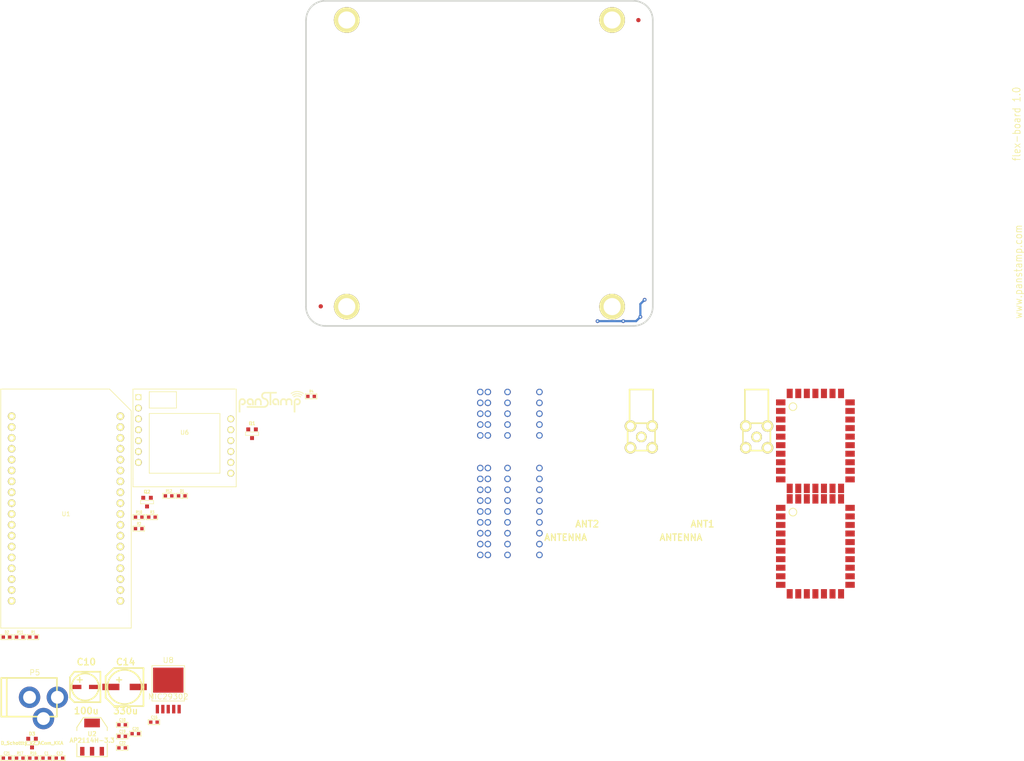
<source format=kicad_pcb>
(kicad_pcb (version 4) (host pcbnew 0.201603011447+6604~42~ubuntu14.04.1-product)
  (title_block (title "Linkit carrier board") (date 2016-03-02) (rev 1.0) (company "panStamp (www.panstamp.com)"))
  (layers (0 Front signal) (1 Ground power) (2 Power power) (31 Back signal) (34 B.Paste user) (35 F.Paste user) (36 B.SilkS user) (37 F.SilkS user) (38 B.Mask user) (39 F.Mask user) (44 Edge.Cuts user))
  (net 0 "")
  (net 1 GND)
  (net 2 VCC)
  (net 3 "Net-(ANT1-Pad1)")
  (net 4 "Net-(ANT2-Pad1)")
  (net 5 VAA)
  (net 6 "Net-(D1-Pad1)")
  (net 7 "Net-(D2-Pad1)")
  (net 8 /SIM_RXD)
  (net 9 "Net-(R10-Pad2)")
  (net 10 "Net-(R11-Pad2)")
  (net 11 "Net-(R12-Pad2)")
  (net 12 "Net-(R16-Pad2)")
  (net 13 "Net-(U6-Pad7)")
  (net 14 "Net-(U6-Pad8)")
  (net 15 "Net-(U6-Pad9)")
  (net 16 "Net-(U6-Pad10)")
  (net 17 "Net-(U6-Pad11)")
  (net 18 "Net-(U6-Pad12)")
  (net 19 "Net-(P4-Pad2)")
  (net 20 "Net-(P4-Pad3)")
  (net 21 /SIM_TXD)
  (net 22 +3V3)
  (net 23 +5V)
  (net 24 "Net-(P1-Pad1)")
  (net 25 "Net-(P1-Pad2)")
  (net 26 "Net-(P1-Pad3)")
  (net 27 "Net-(P1-Pad4)")
  (net 28 "Net-(P1-Pad5)")
  (net 29 "Net-(P1-Pad6)")
  (net 30 "Net-(P1-Pad7)")
  (net 31 "Net-(P1-Pad8)")
  (net 32 "Net-(P1-Pad9)")
  (net 33 "Net-(P1-Pad10)")
  (net 34 "Net-(P1-Pad11)")
  (net 35 "Net-(P1-Pad12)")
  (net 36 "Net-(P2-Pad1)")
  (net 37 "Net-(P2-Pad2)")
  (net 38 "Net-(P2-Pad3)")
  (net 39 "Net-(P2-Pad4)")
  (net 40 "Net-(P2-Pad5)")
  (net 41 "Net-(P2-Pad6)")
  (net 42 "Net-(P2-Pad7)")
  (net 43 "Net-(P2-Pad8)")
  (net 44 "Net-(P2-Pad9)")
  (net 45 "Net-(P2-Pad10)")
  (net 46 "Net-(P2-Pad11)")
  (net 47 "Net-(P2-Pad12)")
  (net 48 "Net-(P3-Pad1)")
  (net 49 "Net-(P3-Pad2)")
  (net 50 "Net-(P3-Pad3)")
  (net 51 "Net-(P3-Pad4)")
  (net 52 "Net-(P3-Pad5)")
  (net 53 "Net-(P3-Pad6)")
  (net 54 "Net-(P3-Pad7)")
  (net 55 PS1_RXD)
  (net 56 PS1_TXD)
  (net 57 "Net-(P3-Pad10)")
  (net 58 PS1_RESET)
  (net 59 PS1_TEST)
  (net 60 "Net-(P4-Pad1)")
  (net 61 "Net-(P4-Pad4)")
  (net 62 "Net-(P4-Pad5)")
  (net 63 "Net-(P4-Pad6)")
  (net 64 "Net-(P4-Pad7)")
  (net 65 PS2_RXD)
  (net 66 PS2_TXD)
  (net 67 "Net-(P4-Pad10)")
  (net 68 PS2_RESET)
  (net 69 PS2_TEST)
  (net 70 "Net-(PS1-Pad1)")
  (net 71 "Net-(PS1-Pad2)")
  (net 72 "Net-(PS1-Pad3)")
  (net 73 "Net-(PS1-Pad4)")
  (net 74 "Net-(PS1-Pad5)")
  (net 75 "Net-(PS1-Pad6)")
  (net 76 "Net-(PS1-Pad7)")
  (net 77 "Net-(PS1-Pad8)")
  (net 78 "Net-(PS1-Pad9)")
  (net 79 "Net-(PS1-Pad10)")
  (net 80 "Net-(PS1-Pad15)")
  (net 81 "Net-(PS1-Pad18)")
  (net 82 "Net-(PS1-Pad19)")
  (net 83 "Net-(PS1-Pad20)")
  (net 84 "Net-(PS1-Pad21)")
  (net 85 "Net-(PS1-Pad22)")
  (net 86 "Net-(PS1-Pad23)")
  (net 87 "Net-(PS1-Pad24)")
  (net 88 "Net-(PS1-Pad25)")
  (net 89 "Net-(PS1-Pad26)")
  (net 90 "Net-(PS1-Pad27)")
  (net 91 "Net-(PS2-Pad1)")
  (net 92 "Net-(PS2-Pad2)")
  (net 93 "Net-(PS2-Pad3)")
  (net 94 "Net-(PS2-Pad4)")
  (net 95 "Net-(PS2-Pad5)")
  (net 96 "Net-(PS2-Pad6)")
  (net 97 "Net-(PS2-Pad7)")
  (net 98 "Net-(PS2-Pad8)")
  (net 99 "Net-(PS2-Pad9)")
  (net 100 "Net-(PS2-Pad10)")
  (net 101 "Net-(PS2-Pad15)")
  (net 102 "Net-(PS2-Pad18)")
  (net 103 "Net-(PS2-Pad19)")
  (net 104 "Net-(PS2-Pad20)")
  (net 105 "Net-(PS2-Pad21)")
  (net 106 "Net-(PS2-Pad22)")
  (net 107 "Net-(PS2-Pad23)")
  (net 108 "Net-(PS2-Pad24)")
  (net 109 "Net-(PS2-Pad25)")
  (net 110 "Net-(PS2-Pad26)")
  (net 111 "Net-(PS2-Pad27)")
  (net 112 "Net-(Q1-Pad2)")
  (net 113 "Net-(Q1-Pad3)")
  (net 114 "Net-(Q2-Pad2)")
  (net 115 "Net-(Q2-Pad3)")
  (net 116 /LED1)
  (net 117 /LED2)
  (net 118 /SIM_RESET)
  (net 119 "Net-(U1-Pad1)")
  (net 120 "Net-(U1-Pad2)")
  (net 121 "Net-(U1-Pad3)")
  (net 122 "Net-(U1-Pad4)")
  (net 123 "Net-(U1-Pad5)")
  (net 124 "Net-(U1-Pad6)")
  (net 125 "Net-(U1-Pad7)")
  (net 126 "Net-(U1-Pad8)")
  (net 127 "Net-(U1-Pad12)")
  (net 128 "Net-(U1-Pad13)")
  (net 129 "Net-(U1-Pad16)")
  (net 130 "Net-(U1-Pad19)")
  (net 131 "Net-(U1-Pad20)")
  (net 132 "Net-(U1-Pad25)")
  (net 133 "Net-(U1-Pad26)")
  (net 134 "Net-(U1-Pad27)")
  (net 135 "Net-(U1-Pad28)")
  (net 136 "Net-(U1-Pad29)")
  (net 137 "Net-(U1-Pad30)")
  (net 138 "Net-(U1-Pad35)")
  (net 139 "Net-(U1-Pad36)")
  (net 140 "Net-(U6-Pad1)")
  (net 141 "Net-(P1-Pad13)")
  (net 142 "Net-(P2-Pad13)")
  (module myconnectors:pin_array_1x14 (layer Front) (at 157.159 131.20938 270)
    (fp_text reference P4 hide)
    (fp_text value CONN_01X14 hide)
    (pad 1 thru_hole circle (at -22.29038 0 270) (size 1.524 1.524) (drill 1.016) (layers *.Cu *.Mask) (net 60 "Net-(P4-Pad1)"))
    (pad 2 thru_hole circle (at -19.75038 0 270) (size 1.524 1.524) (drill 1.016) (layers *.Cu *.Mask) (net 19 "Net-(P4-Pad2)"))
    (pad 3 thru_hole circle (at -17.21038 0 270) (size 1.524 1.524) (drill 1.016) (layers *.Cu *.Mask) (net 20 "Net-(P4-Pad3)"))
    (pad 4 thru_hole circle (at -14.67038 0 270) (size 1.524 1.524) (drill 1.016) (layers *.Cu *.Mask) (net 61 "Net-(P4-Pad4)"))
    (pad 5 thru_hole circle (at -12.13038 0 270) (size 1.524 1.524) (drill 1.016) (layers *.Cu *.Mask) (net 62 "Net-(P4-Pad5)"))
    (pad 6 thru_hole circle (at -4.51038 0 270) (size 1.524 1.524) (drill 1.016) (layers *.Cu *.Mask) (net 63 "Net-(P4-Pad6)"))
    (pad 7 thru_hole circle (at -1.97038 0 270) (size 1.524 1.524) (drill 1.016) (layers *.Cu *.Mask) (net 64 "Net-(P4-Pad7)"))
    (pad 8 thru_hole circle (at 0.56962 0 270) (size 1.524 1.524) (drill 1.016) (layers *.Cu *.Mask) (net 65 PS2_RXD))
    (pad 9 thru_hole circle (at 3.10962 0 270) (size 1.524 1.524) (drill 1.016) (layers *.Cu *.Mask) (net 66 PS2_TXD))
    (pad 10 thru_hole circle (at 5.64962 0 270) (size 1.524 1.524) (drill 1.016) (layers *.Cu *.Mask) (net 67 "Net-(P4-Pad10)"))
    (pad 11 thru_hole circle (at 8.18962 0 270) (size 1.524 1.524) (drill 1.016) (layers *.Cu *.Mask) (net 68 PS2_RESET))
    (pad 12 thru_hole circle (at 10.72962 0 270) (size 1.524 1.524) (drill 1.016) (layers *.Cu *.Mask) (net 69 PS2_TEST))
    (pad 13 thru_hole circle (at 13.26962 0 270) (size 1.524 1.524) (drill 1.016) (layers *.Cu *.Mask) (net 1 GND))
    (pad 14 thru_hole circle (at 15.80962 0 270) (size 1.524 1.524) (drill 1.016) (layers *.Cu *.Mask) (net 2 VCC))
  )
  (module myconnectors:pin_array_1x14 (layer Front) (at 164.60935 130.709 270)
    (fp_text reference P3 hide)
    (fp_text value CONN_01X14 hide)
    (pad 1 thru_hole circle (at -21.79 0 270) (size 1.524 1.524) (drill 1.016) (layers *.Cu *.Mask) (net 48 "Net-(P3-Pad1)"))
    (pad 2 thru_hole circle (at -19.25 0 270) (size 1.524 1.524) (drill 1.016) (layers *.Cu *.Mask) (net 49 "Net-(P3-Pad2)"))
    (pad 3 thru_hole circle (at -16.71 0 270) (size 1.524 1.524) (drill 1.016) (layers *.Cu *.Mask) (net 50 "Net-(P3-Pad3)"))
    (pad 4 thru_hole circle (at -14.17 0 270) (size 1.524 1.524) (drill 1.016) (layers *.Cu *.Mask) (net 51 "Net-(P3-Pad4)"))
    (pad 5 thru_hole circle (at -11.63 0 270) (size 1.524 1.524) (drill 1.016) (layers *.Cu *.Mask) (net 52 "Net-(P3-Pad5)"))
    (pad 6 thru_hole circle (at -4.01 0 270) (size 1.524 1.524) (drill 1.016) (layers *.Cu *.Mask) (net 53 "Net-(P3-Pad6)"))
    (pad 7 thru_hole circle (at -1.47 0 270) (size 1.524 1.524) (drill 1.016) (layers *.Cu *.Mask) (net 54 "Net-(P3-Pad7)"))
    (pad 8 thru_hole circle (at 1.07 0 270) (size 1.524 1.524) (drill 1.016) (layers *.Cu *.Mask) (net 55 PS1_RXD))
    (pad 9 thru_hole circle (at 3.61 0 270) (size 1.524 1.524) (drill 1.016) (layers *.Cu *.Mask) (net 56 PS1_TXD))
    (pad 10 thru_hole circle (at 6.15 0 270) (size 1.524 1.524) (drill 1.016) (layers *.Cu *.Mask) (net 57 "Net-(P3-Pad10)"))
    (pad 11 thru_hole circle (at 8.69 0 270) (size 1.524 1.524) (drill 1.016) (layers *.Cu *.Mask) (net 58 PS1_RESET))
    (pad 12 thru_hole circle (at 11.23 0 270) (size 1.524 1.524) (drill 1.016) (layers *.Cu *.Mask) (net 59 PS1_TEST))
    (pad 13 thru_hole circle (at 13.77 0 270) (size 1.524 1.524) (drill 1.016) (layers *.Cu *.Mask) (net 1 GND))
    (pad 14 thru_hole circle (at 16.31 0 270) (size 1.524 1.524) (drill 1.016) (layers *.Cu *.Mask) (net 2 VCC))
  )
  (module mymods:fiducial (layer Front) (at 113.52 88.9)
    (fp_text reference fiducial hide)
    (fp_text value VAL** hide)
    (pad 1 smd circle (at 0 0) (size 1 1) (layers Front F.Mask) (clearance 0.5))
  )
  (module mymods:fiducial (layer Front) (at 187.73 21.98)
    (fp_text reference fiducial hide)
    (fp_text value VAL** hide)
    (pad 1 smd circle (at 0 0) (size 1 1) (layers Front F.Mask) (clearance 0.5))
  )
  (module PANSTAMPLOGO (layer Front) (at 94.347 108.407)
    (fp_text reference "" hide)
    (fp_text value "" hide)
  )
  (module 1pin (layer Front) (at 181.59196 21.95796)
    (fp_text reference 1PIN hide)
    (fp_text value P*** hide)
    (pad 1 thru_hole circle (at 0 0) (size 6 6) (drill 4) (layers *.Cu *.Mask F.SilkS))
  )
  (module 1pin (layer Front) (at 119.58548 21.95796)
    (fp_text reference 1PIN hide)
    (fp_text value P*** hide)
    (pad 1 thru_hole circle (at 0 0) (size 6 6) (drill 4) (layers *.Cu *.Mask F.SilkS))
  )
  (module 1pin (layer Front) (at 119.58548 88.96316)
    (fp_text reference 1PIN hide)
    (fp_text value P*** hide)
    (pad 1 thru_hole circle (at 0 0) (size 6 6) (drill 4) (layers *.Cu *.Mask F.SilkS))
  )
  (module 1pin (layer Front) (at 181.59196 88.96316)
    (fp_text reference 1PIN hide)
    (fp_text value P*** hide)
    (pad 1 thru_hole circle (at 0 0) (size 6 6) (drill 4) (layers *.Cu *.Mask F.SilkS))
  )
  (module myconnectors:SMA_RightAngle_Tyco (layer Front) (at 215.358942 119.421901)
    (fp_text reference ANT1 (at -12.6492 20.3708) (layer F.SilkS) (effects (font (thickness 0.3048))))
    (fp_text value ANTENNA (at -17.6784 23.5204) (layer F.SilkS) (effects (font (thickness 0.3048))))
    (pad 1 thru_hole circle (at 0 0) (size 2.49936 2.49936) (drill 1.6002) (layers *.Cu *.Mask F.SilkS) (net 3 "Net-(ANT1-Pad1)"))
    (pad 2 thru_hole circle (at 2.54 -2.54) (size 2.70002 2.70002) (drill 1.69926) (layers *.Cu *.Mask F.SilkS) (net 1 GND))
    (pad 2 thru_hole circle (at -2.54 -2.54) (size 2.70002 2.70002) (drill 1.69926) (layers *.Cu *.Mask F.SilkS) (net 1 GND))
    (pad 2 thru_hole circle (at -2.54 2.54) (size 2.70002 2.70002) (drill 1.69926) (layers *.Cu *.Mask F.SilkS) (net 1 GND))
    (pad 2 thru_hole circle (at 2.54 2.54) (size 2.70002 2.70002) (drill 1.69926) (layers *.Cu *.Mask F.SilkS) (net 1 GND))
  )
  (module myconnectors:SMA_RightAngle_Tyco (layer Front) (at 188.418942 119.421901)
    (fp_text reference ANT2 (at -12.6492 20.3708) (layer F.SilkS) (effects (font (thickness 0.3048))))
    (fp_text value ANTENNA (at -17.6784 23.5204) (layer F.SilkS) (effects (font (thickness 0.3048))))
    (pad 1 thru_hole circle (at 0 0) (size 2.49936 2.49936) (drill 1.6002) (layers *.Cu *.Mask F.SilkS) (net 4 "Net-(ANT2-Pad1)"))
    (pad 2 thru_hole circle (at 2.54 -2.54) (size 2.70002 2.70002) (drill 1.69926) (layers *.Cu *.Mask F.SilkS) (net 1 GND))
    (pad 2 thru_hole circle (at -2.54 -2.54) (size 2.70002 2.70002) (drill 1.69926) (layers *.Cu *.Mask F.SilkS) (net 1 GND))
    (pad 2 thru_hole circle (at -2.54 2.54) (size 2.70002 2.70002) (drill 1.69926) (layers *.Cu *.Mask F.SilkS) (net 1 GND))
    (pad 2 thru_hole circle (at 2.54 2.54) (size 2.70002 2.70002) (drill 1.69926) (layers *.Cu *.Mask F.SilkS) (net 1 GND))
  )
  (module mysmd:SM0603S (layer Front) (at 49.379401 194.5177)
    (fp_text reference C1 (at 0.0635 -1.1557) (layer F.SilkS) (effects (font (size 0.635 0.508) (thickness 0.127))))
    (fp_text value 100n hide)
    (pad 2 smd rect (at 0.7493 0) (size 0.7874 0.762) (layers Front F.Paste F.Mask) (net 1 GND))
    (pad 1 smd rect (at -0.7493 0) (size 0.7874 0.762) (layers Front F.Paste F.Mask) (net 22 +3V3))
  )
  (module mysmd:SMDCPOL_6.3 (layer Front) (at 58.483501 177.883)
    (fp_text reference C10 (at 0.254 -5.842) (layer F.SilkS) (effects (font (thickness 0.3048))))
    (fp_text value 100u (at 0.254 5.588) (layer F.SilkS) (effects (font (thickness 0.3048))))
    (fp_text user + (at -1.27 -1.778) (layer F.SilkS) (effects (font (thickness 0.3048))))
    (pad 2 smd rect (at 2.286 0) (size 2.79908 1.00076) (layers Front F.Paste F.Mask) (net 1 GND))
    (pad 1 smd rect (at -2.286 0) (size 2.79908 1.00076) (layers Front F.Paste F.Mask) (net 23 +5V))
  )
  (module mysmd:SM0603S (layer Front) (at 52.469401 194.5177)
    (fp_text reference C12 (at 0.0635 -1.1557) (layer F.SilkS) (effects (font (size 0.635 0.508) (thickness 0.127))))
    (fp_text value 1u hide)
    (pad 2 smd rect (at 0.7493 0) (size 0.7874 0.762) (layers Front F.Paste F.Mask) (net 1 GND))
    (pad 1 smd rect (at -0.7493 0) (size 0.7874 0.762) (layers Front F.Paste F.Mask) (net 23 +5V))
  )
  (module mysmd:SMDCPOL_8 (layer Front) (at 67.67765 177.883)
    (fp_text reference C14 (at 0.254 -5.842) (layer F.SilkS) (effects (font (thickness 0.3048))))
    (fp_text value 330u (at 0.254 5.588) (layer F.SilkS) (effects (font (thickness 0.3048))))
    (fp_text user + (at -1.27 -1.778) (layer F.SilkS) (effects (font (thickness 0.3048))))
    (pad 2 smd rect (at 3.2004 0) (size 4.0005 1.50114) (layers Front F.Paste F.Mask) (net 1 GND))
    (pad 1 smd rect (at -3.2004 0) (size 4.0005 1.50114) (layers Front F.Paste F.Mask) (net 5 VAA))
  )
  (module mysmd:SM0603S (layer Front) (at 74.549401 186.1077)
    (fp_text reference C16 (at 0.0635 -1.1557) (layer F.SilkS) (effects (font (size 0.635 0.508) (thickness 0.127))))
    (fp_text value 1u hide)
    (pad 2 smd rect (at 0.7493 0) (size 0.7874 0.762) (layers Front F.Paste F.Mask) (net 1 GND))
    (pad 1 smd rect (at -0.7493 0) (size 0.7874 0.762) (layers Front F.Paste F.Mask) (net 5 VAA))
  )
  (module mysmd:SM0603S (layer Front) (at 67.109401 186.7277)
    (fp_text reference C18 (at 0.0635 -1.1557) (layer F.SilkS) (effects (font (size 0.635 0.508) (thickness 0.127))))
    (fp_text value 100n hide)
    (pad 2 smd rect (at 0.7493 0) (size 0.7874 0.762) (layers Front F.Paste F.Mask) (net 1 GND))
    (pad 1 smd rect (at -0.7493 0) (size 0.7874 0.762) (layers Front F.Paste F.Mask) (net 5 VAA))
  )
  (module mysmd:SM0603S (layer Front) (at 67.109401 189.4277)
    (fp_text reference C19 (at 0.0635 -1.1557) (layer F.SilkS) (effects (font (size 0.635 0.508) (thickness 0.127))))
    (fp_text value 4.7u hide)
    (pad 2 smd rect (at 0.7493 0) (size 0.7874 0.762) (layers Front F.Paste F.Mask) (net 1 GND))
    (pad 1 smd rect (at -0.7493 0) (size 0.7874 0.762) (layers Front F.Paste F.Mask) (net 23 +5V))
  )
  (module mysmd:SM0603S (layer Front) (at 70.199401 188.8077)
    (fp_text reference C20 (at 0.0635 -1.1557) (layer F.SilkS) (effects (font (size 0.635 0.508) (thickness 0.127))))
    (fp_text value 1u hide)
    (pad 2 smd rect (at 0.7493 0) (size 0.7874 0.762) (layers Front F.Paste F.Mask) (net 1 GND))
    (pad 1 smd rect (at -0.7493 0) (size 0.7874 0.762) (layers Front F.Paste F.Mask) (net 23 +5V))
  )
  (module mysmd:SM0603S (layer Front) (at 40.109401 194.5177)
    (fp_text reference C21 (at 0.0635 -1.1557) (layer F.SilkS) (effects (font (size 0.635 0.508) (thickness 0.127))))
    (fp_text value 4.7u hide)
    (pad 2 smd rect (at 0.7493 0) (size 0.7874 0.762) (layers Front F.Paste F.Mask) (net 1 GND))
    (pad 1 smd rect (at -0.7493 0) (size 0.7874 0.762) (layers Front F.Paste F.Mask) (net 22 +3V3))
  )
  (module mysmd:SM0603S (layer Front) (at 67.109401 192.1277)
    (fp_text reference C22 (at 0.0635 -1.1557) (layer F.SilkS) (effects (font (size 0.635 0.508) (thickness 0.127))))
    (fp_text value 1u hide)
    (pad 2 smd rect (at 0.7493 0) (size 0.7874 0.762) (layers Front F.Paste F.Mask) (net 1 GND))
    (pad 1 smd rect (at -0.7493 0) (size 0.7874 0.762) (layers Front F.Paste F.Mask) (net 22 +3V3))
  )
  (module mysmd:SM0603S_POL (layer Front) (at 81.059401 133.2077)
    (fp_text reference D1 (at 0.0635 -1.1557) (layer F.SilkS) (effects (font (size 0.635 0.508) (thickness 0.127))))
    (fp_text value LED hide)
    (pad 2 smd rect (at 0.7493 0) (size 0.7874 0.762) (layers Front F.Paste F.Mask) (net 22 +3V3))
    (pad 1 smd rect (at -0.7493 0) (size 0.7874 0.762) (layers Front F.Paste F.Mask) (net 6 "Net-(D1-Pad1)"))
  )
  (module mysmd:SM0603S_POL (layer Front) (at 40.109401 166.2277)
    (fp_text reference D2 (at 0.0635 -1.1557) (layer F.SilkS) (effects (font (size 0.635 0.508) (thickness 0.127))))
    (fp_text value LED hide)
    (pad 2 smd rect (at 0.7493 0) (size 0.7874 0.762) (layers Front F.Paste F.Mask) (net 22 +3V3))
    (pad 1 smd rect (at -0.7493 0) (size 0.7874 0.762) (layers Front F.Paste F.Mask) (net 7 "Net-(D2-Pad1)"))
  )
  (module mysmd:SOT23 (layer Front) (at 46.063885 191.00515)
    (fp_text reference D3 (at 0 -2.159) (layer F.SilkS) (effects (font (size 0.762 0.762) (thickness 0.1905))))
    (fp_text value D_Schottky_x2_ACom_KKA (at 0 0) (layer F.SilkS) (effects (font (size 0.762 0.762) (thickness 0.2032))))
    (pad 2 smd rect (at -0.889 -1.016) (size 0.9144 0.9144) (layers Front F.Paste F.Mask) (net 23 +5V))
    (pad 1 smd rect (at 0.889 -1.016) (size 0.9144 0.9144) (layers Front F.Paste F.Mask) (net 23 +5V))
    (pad 3 smd rect (at 0 1.016) (size 0.9144 0.9144) (layers Front F.Paste F.Mask) (net 1 GND))
  )
  (module myconnectors:PWR_3A (layer Front) (at 48.732701 180.296)
    (fp_text reference P5 (at -2.032 -5.7785) (layer F.SilkS) (effects (font (size 1.27 1.27) (thickness 0.1524))))
    (fp_text value CONN_01X02 hide)
    (pad 1 thru_hole circle (at 3.2512 0) (size 5.00126 5.00126) (drill 2.99974) (layers *.Cu *.Mask) (net 23 +5V))
    (pad 2 thru_hole oval (at -3.2512 0) (size 5.00126 5.00126) (drill 2.99974) (layers *.Cu *.Mask) (net 1 GND))
    (pad 3 thru_hole oval (at 0 4.9784) (size 5.00126 5.00126) (drill 2.99974) (layers *.Cu *.Mask))
  )
  (module mysmd:PANSTAMP_2 (layer Front) (at 229.083686 120.357)
    (fp_text reference PS1 hide)
    (fp_text value PANSTAMP_NRG2 hide)
    (pad 1 smd rect (at -8.1 -9) (size 2.2 1.4) (layers Front F.Mask) (net 70 "Net-(PS1-Pad1)"))
    (pad 2 smd rect (at -8.1 -7) (size 2.2 1.4) (layers Front F.Mask) (net 71 "Net-(PS1-Pad2)"))
    (pad 3 smd rect (at -8.1 -5) (size 2.2 1.4) (layers Front F.Mask) (net 72 "Net-(PS1-Pad3)"))
    (pad 4 smd rect (at -8.1 -3) (size 2.2 1.4) (layers Front F.Mask) (net 73 "Net-(PS1-Pad4)"))
    (pad 5 smd rect (at -8.1 -1) (size 2.2 1.4) (layers Front F.Mask) (net 74 "Net-(PS1-Pad5)"))
    (pad 6 smd rect (at -8.1 1) (size 2.2 1.4) (layers Front F.Mask) (net 75 "Net-(PS1-Pad6)"))
    (pad 7 smd rect (at -8.1 3) (size 2.2 1.4) (layers Front F.Mask) (net 76 "Net-(PS1-Pad7)"))
    (pad 8 smd rect (at -8.1 5) (size 2.2 1.4) (layers Front F.Mask) (net 77 "Net-(PS1-Pad8)"))
    (pad 9 smd rect (at -8.1 7) (size 2.2 1.4) (layers Front F.Mask) (net 78 "Net-(PS1-Pad9)"))
    (pad 10 smd rect (at -8.1 9) (size 2.2 1.4) (layers Front F.Mask) (net 79 "Net-(PS1-Pad10)"))
    (pad 11 smd rect (at -6 11.1 90) (size 2.2 1.4) (layers Front F.Mask) (net 59 PS1_TEST))
    (pad 12 smd rect (at -4 11.1 90) (size 2.2 1.4) (layers Front F.Mask) (net 58 PS1_RESET))
    (pad 13 smd rect (at -2 11.1 90) (size 2.2 1.4) (layers Front F.Mask) (net 2 VCC))
    (pad 14 smd rect (at 0 11.1 90) (size 2.2 1.4) (layers Front F.Mask) (net 1 GND))
    (pad 15 smd rect (at 2 11.1 90) (size 2.2 1.4) (layers Front F.Mask) (net 80 "Net-(PS1-Pad15)"))
    (pad 16 smd rect (at 4 11.1 90) (size 2.2 1.4) (layers Front F.Mask) (net 56 PS1_TXD))
    (pad 17 smd rect (at 6 11.1 90) (size 2.2 1.4) (layers Front F.Mask) (net 55 PS1_RXD))
    (pad 18 smd rect (at 8.1 9) (size 2.2 1.4) (layers Front F.Mask) (net 81 "Net-(PS1-Pad18)"))
    (pad 19 smd rect (at 8.1 7) (size 2.2 1.4) (layers Front F.Mask) (net 82 "Net-(PS1-Pad19)"))
    (pad 20 smd rect (at 8.1 5) (size 2.2 1.4) (layers Front F.Mask) (net 83 "Net-(PS1-Pad20)"))
    (pad 21 smd rect (at 8.1 3) (size 2.2 1.4) (layers Front F.Mask) (net 84 "Net-(PS1-Pad21)"))
    (pad 22 smd rect (at 8.1 1) (size 2.2 1.4) (layers Front F.Mask) (net 85 "Net-(PS1-Pad22)"))
    (pad 23 smd rect (at 8.1 -1) (size 2.2 1.4) (layers Front F.Mask) (net 86 "Net-(PS1-Pad23)"))
    (pad 24 smd rect (at 8.1 -3) (size 2.2 1.4) (layers Front F.Mask) (net 87 "Net-(PS1-Pad24)"))
    (pad 25 smd rect (at 8.1 -5) (size 2.2 1.4) (layers Front F.Mask) (net 88 "Net-(PS1-Pad25)"))
    (pad 26 smd rect (at 8.1 -7) (size 2.2 1.4) (layers Front F.Mask) (net 89 "Net-(PS1-Pad26)"))
    (pad 27 smd rect (at 8.1 -9) (size 2.2 1.4) (layers Front F.Mask) (net 90 "Net-(PS1-Pad27)"))
    (pad 28 smd rect (at 6 -11.1 90) (size 2.2 1.4) (layers Front F.Mask) (net 1 GND))
    (pad 29 smd rect (at 4 -11.1 90) (size 2.2 1.4) (layers Front F.Mask) (net 1 GND))
    (pad 30 smd rect (at 2 -11.1 90) (size 2.2 1.4) (layers Front F.Mask) (net 1 GND))
    (pad 31 smd rect (at 0 -11.1 90) (size 2.2 1.4) (layers Front F.Mask) (net 3 "Net-(ANT1-Pad1)"))
    (pad 32 smd rect (at -2 -11.1 90) (size 2.2 1.4) (layers Front F.Mask) (net 1 GND))
    (pad 33 smd rect (at -4 -11.1 90) (size 2.2 1.4) (layers Front F.Mask) (net 1 GND))
    (pad 34 smd rect (at -6 -11.1 90) (size 2.2 1.4) (layers Front F.Mask) (net 1 GND))
  )
  (module mysmd:PANSTAMP_2 (layer Front) (at 229.083686 145.007)
    (fp_text reference PS2 hide)
    (fp_text value PANSTAMP_NRG2 hide)
    (pad 1 smd rect (at -8.1 -9) (size 2.2 1.4) (layers Front F.Mask) (net 91 "Net-(PS2-Pad1)"))
    (pad 2 smd rect (at -8.1 -7) (size 2.2 1.4) (layers Front F.Mask) (net 92 "Net-(PS2-Pad2)"))
    (pad 3 smd rect (at -8.1 -5) (size 2.2 1.4) (layers Front F.Mask) (net 93 "Net-(PS2-Pad3)"))
    (pad 4 smd rect (at -8.1 -3) (size 2.2 1.4) (layers Front F.Mask) (net 94 "Net-(PS2-Pad4)"))
    (pad 5 smd rect (at -8.1 -1) (size 2.2 1.4) (layers Front F.Mask) (net 95 "Net-(PS2-Pad5)"))
    (pad 6 smd rect (at -8.1 1) (size 2.2 1.4) (layers Front F.Mask) (net 96 "Net-(PS2-Pad6)"))
    (pad 7 smd rect (at -8.1 3) (size 2.2 1.4) (layers Front F.Mask) (net 97 "Net-(PS2-Pad7)"))
    (pad 8 smd rect (at -8.1 5) (size 2.2 1.4) (layers Front F.Mask) (net 98 "Net-(PS2-Pad8)"))
    (pad 9 smd rect (at -8.1 7) (size 2.2 1.4) (layers Front F.Mask) (net 99 "Net-(PS2-Pad9)"))
    (pad 10 smd rect (at -8.1 9) (size 2.2 1.4) (layers Front F.Mask) (net 100 "Net-(PS2-Pad10)"))
    (pad 11 smd rect (at -6 11.1 90) (size 2.2 1.4) (layers Front F.Mask) (net 69 PS2_TEST))
    (pad 12 smd rect (at -4 11.1 90) (size 2.2 1.4) (layers Front F.Mask) (net 68 PS2_RESET))
    (pad 13 smd rect (at -2 11.1 90) (size 2.2 1.4) (layers Front F.Mask) (net 2 VCC))
    (pad 14 smd rect (at 0 11.1 90) (size 2.2 1.4) (layers Front F.Mask) (net 1 GND))
    (pad 15 smd rect (at 2 11.1 90) (size 2.2 1.4) (layers Front F.Mask) (net 101 "Net-(PS2-Pad15)"))
    (pad 16 smd rect (at 4 11.1 90) (size 2.2 1.4) (layers Front F.Mask) (net 66 PS2_TXD))
    (pad 17 smd rect (at 6 11.1 90) (size 2.2 1.4) (layers Front F.Mask) (net 65 PS2_RXD))
    (pad 18 smd rect (at 8.1 9) (size 2.2 1.4) (layers Front F.Mask) (net 102 "Net-(PS2-Pad18)"))
    (pad 19 smd rect (at 8.1 7) (size 2.2 1.4) (layers Front F.Mask) (net 103 "Net-(PS2-Pad19)"))
    (pad 20 smd rect (at 8.1 5) (size 2.2 1.4) (layers Front F.Mask) (net 104 "Net-(PS2-Pad20)"))
    (pad 21 smd rect (at 8.1 3) (size 2.2 1.4) (layers Front F.Mask) (net 105 "Net-(PS2-Pad21)"))
    (pad 22 smd rect (at 8.1 1) (size 2.2 1.4) (layers Front F.Mask) (net 106 "Net-(PS2-Pad22)"))
    (pad 23 smd rect (at 8.1 -1) (size 2.2 1.4) (layers Front F.Mask) (net 107 "Net-(PS2-Pad23)"))
    (pad 24 smd rect (at 8.1 -3) (size 2.2 1.4) (layers Front F.Mask) (net 108 "Net-(PS2-Pad24)"))
    (pad 25 smd rect (at 8.1 -5) (size 2.2 1.4) (layers Front F.Mask) (net 109 "Net-(PS2-Pad25)"))
    (pad 26 smd rect (at 8.1 -7) (size 2.2 1.4) (layers Front F.Mask) (net 110 "Net-(PS2-Pad26)"))
    (pad 27 smd rect (at 8.1 -9) (size 2.2 1.4) (layers Front F.Mask) (net 111 "Net-(PS2-Pad27)"))
    (pad 28 smd rect (at 6 -11.1 90) (size 2.2 1.4) (layers Front F.Mask) (net 1 GND))
    (pad 29 smd rect (at 4 -11.1 90) (size 2.2 1.4) (layers Front F.Mask) (net 1 GND))
    (pad 30 smd rect (at 2 -11.1 90) (size 2.2 1.4) (layers Front F.Mask) (net 1 GND))
    (pad 31 smd rect (at 0 -11.1 90) (size 2.2 1.4) (layers Front F.Mask) (net 4 "Net-(ANT2-Pad1)"))
    (pad 32 smd rect (at -2 -11.1 90) (size 2.2 1.4) (layers Front F.Mask) (net 1 GND))
    (pad 33 smd rect (at -4 -11.1 90) (size 2.2 1.4) (layers Front F.Mask) (net 1 GND))
    (pad 34 smd rect (at -6 -11.1 90) (size 2.2 1.4) (layers Front F.Mask) (net 1 GND))
  )
  (module libcms:SOT23EBC (layer Front) (at 97.464314 118.6782)
    (fp_text reference Q1 (at 0 -2.413) (layer F.SilkS) (effects (font (size 0.762 0.762) (thickness 0.2032))))
    (fp_text value Q_NPN_EBC hide)
    (pad 1 smd rect (at -0.889 -1.016) (size 0.9144 0.9144) (layers Front F.Paste F.Mask) (net 1 GND))
    (pad 2 smd rect (at 0.889 -1.016) (size 0.9144 0.9144) (layers Front F.Paste F.Mask) (net 112 "Net-(Q1-Pad2)"))
    (pad 3 smd rect (at 0 1.016) (size 0.9144 0.9144) (layers Front F.Paste F.Mask) (net 113 "Net-(Q1-Pad3)"))
  )
  (module libcms:SOT23EBC (layer Front) (at 72.934314 134.6682)
    (fp_text reference Q2 (at 0 -2.413) (layer F.SilkS) (effects (font (size 0.762 0.762) (thickness 0.2032))))
    (fp_text value Q_NPN_EBC hide)
    (pad 1 smd rect (at -0.889 -1.016) (size 0.9144 0.9144) (layers Front F.Paste F.Mask) (net 1 GND))
    (pad 2 smd rect (at 0.889 -1.016) (size 0.9144 0.9144) (layers Front F.Paste F.Mask) (net 114 "Net-(Q2-Pad2)"))
    (pad 3 smd rect (at 0 1.016) (size 0.9144 0.9144) (layers Front F.Paste F.Mask) (net 115 "Net-(Q2-Pad3)"))
  )
  (module mysmd:SM0603S (layer Front) (at 46.289401 166.2277)
    (fp_text reference R1 (at 0.0635 -1.1557) (layer F.SilkS) (effects (font (size 0.635 0.508) (thickness 0.127))))
    (fp_text value 2k2 hide)
    (pad 2 smd rect (at 0.7493 0) (size 0.7874 0.762) (layers Front F.Paste F.Mask) (net 112 "Net-(Q1-Pad2)"))
    (pad 1 smd rect (at -0.7493 0) (size 0.7874 0.762) (layers Front F.Paste F.Mask) (net 116 /LED1))
  )
  (module mysmd:SM0603S (layer Front) (at 70.989401 140.8777)
    (fp_text reference R2 (at 0.0635 -1.1557) (layer F.SilkS) (effects (font (size 0.635 0.508) (thickness 0.127))))
    (fp_text value 2k2 hide)
    (pad 2 smd rect (at 0.7493 0) (size 0.7874 0.762) (layers Front F.Paste F.Mask) (net 114 "Net-(Q2-Pad2)"))
    (pad 1 smd rect (at -0.7493 0) (size 0.7874 0.762) (layers Front F.Paste F.Mask) (net 117 /LED2))
  )
  (module mysmd:SM0603S (layer Front) (at 74.079401 138.1777)
    (fp_text reference R3 (at 0.0635 -1.1557) (layer F.SilkS) (effects (font (size 0.635 0.508) (thickness 0.127))))
    (fp_text value 470 hide)
    (pad 2 smd rect (at 0.7493 0) (size 0.7874 0.762) (layers Front F.Paste F.Mask) (net 7 "Net-(D2-Pad1)"))
    (pad 1 smd rect (at -0.7493 0) (size 0.7874 0.762) (layers Front F.Paste F.Mask) (net 115 "Net-(Q2-Pad3)"))
  )
  (module mysmd:SM0603S (layer Front) (at 111.259401 109.9477)
    (fp_text reference R4 (at 0.0635 -1.1557) (layer F.SilkS) (effects (font (size 0.635 0.508) (thickness 0.127))))
    (fp_text value 470 hide)
    (pad 2 smd rect (at 0.7493 0) (size 0.7874 0.762) (layers Front F.Paste F.Mask) (net 6 "Net-(D1-Pad1)"))
    (pad 1 smd rect (at -0.7493 0) (size 0.7874 0.762) (layers Front F.Paste F.Mask) (net 113 "Net-(Q1-Pad3)"))
  )
  (module mysmd:SM0603S (layer Front) (at 70.989401 138.1777)
    (fp_text reference R10 (at 0.0635 -1.1557) (layer F.SilkS) (effects (font (size 0.635 0.508) (thickness 0.127))))
    (fp_text value 1k hide)
    (pad 2 smd rect (at 0.7493 0) (size 0.7874 0.762) (layers Front F.Paste F.Mask) (net 9 "Net-(R10-Pad2)"))
    (pad 1 smd rect (at -0.7493 0) (size 0.7874 0.762) (layers Front F.Paste F.Mask) (net 118 /SIM_RESET))
  )
  (module mysmd:SM0603S (layer Front) (at 43.199401 166.2277)
    (fp_text reference R11 (at 0.0635 -1.1557) (layer F.SilkS) (effects (font (size 0.635 0.508) (thickness 0.127))))
    (fp_text value 1k hide)
    (pad 2 smd rect (at 0.7493 0) (size 0.7874 0.762) (layers Front F.Paste F.Mask) (net 10 "Net-(R11-Pad2)"))
    (pad 1 smd rect (at -0.7493 0) (size 0.7874 0.762) (layers Front F.Paste F.Mask) (net 8 /SIM_RXD))
  )
  (module mysmd:SM0603S (layer Front) (at 77.969401 133.2077)
    (fp_text reference R12 (at 0.0635 -1.1557) (layer F.SilkS) (effects (font (size 0.635 0.508) (thickness 0.127))))
    (fp_text value 1k hide)
    (pad 2 smd rect (at 0.7493 0) (size 0.7874 0.762) (layers Front F.Paste F.Mask) (net 11 "Net-(R12-Pad2)"))
    (pad 1 smd rect (at -0.7493 0) (size 0.7874 0.762) (layers Front F.Paste F.Mask) (net 21 /SIM_TXD))
  )
  (module mysmd:SM0603S (layer Front) (at 46.289401 194.5177)
    (fp_text reference R16 (at 0.0635 -1.1557) (layer F.SilkS) (effects (font (size 0.635 0.508) (thickness 0.127))))
    (fp_text value 100k hide)
    (pad 2 smd rect (at 0.7493 0) (size 0.7874 0.762) (layers Front F.Paste F.Mask) (net 12 "Net-(R16-Pad2)"))
    (pad 1 smd rect (at -0.7493 0) (size 0.7874 0.762) (layers Front F.Paste F.Mask) (net 5 VAA))
  )
  (module mysmd:SM0603S (layer Front) (at 43.199401 194.5177)
    (fp_text reference R17 (at 0.0635 -1.1557) (layer F.SilkS) (effects (font (size 0.635 0.508) (thickness 0.127))))
    (fp_text value 43k hide)
    (pad 2 smd rect (at 0.7493 0) (size 0.7874 0.762) (layers Front F.Paste F.Mask) (net 1 GND))
    (pad 1 smd rect (at -0.7493 0) (size 0.7874 0.762) (layers Front F.Paste F.Mask) (net 12 "Net-(R16-Pad2)"))
  )
  (module mymods:DIP36-1 (layer Front) (at 54.002001 136.172001)
    (fp_text reference U1 (at 0 1.27) (layer F.SilkS))
    (fp_text value Linkit_Smart_7688)
    (pad 1 thru_hole circle (at -12.7 -21.59) (size 1.778 1.778) (drill 0.9906) (layers *.Cu *.Mask F.SilkS) (net 119 "Net-(U1-Pad1)"))
    (pad 2 thru_hole circle (at -12.7 -19.05) (size 1.778 1.778) (drill 0.9906) (layers *.Cu *.Mask F.SilkS) (net 120 "Net-(U1-Pad2)"))
    (pad 3 thru_hole circle (at -12.7 -16.51) (size 1.778 1.778) (drill 0.9906) (layers *.Cu *.Mask F.SilkS) (net 121 "Net-(U1-Pad3)"))
    (pad 4 thru_hole circle (at -12.7 -13.97) (size 1.778 1.778) (drill 0.9906) (layers *.Cu *.Mask F.SilkS) (net 122 "Net-(U1-Pad4)"))
    (pad 5 thru_hole circle (at -12.7 -11.43) (size 1.778 1.778) (drill 0.9906) (layers *.Cu *.Mask F.SilkS) (net 123 "Net-(U1-Pad5)"))
    (pad 6 thru_hole circle (at -12.7 -8.89) (size 1.778 1.778) (drill 0.9906) (layers *.Cu *.Mask F.SilkS) (net 124 "Net-(U1-Pad6)"))
    (pad 7 thru_hole circle (at -12.7 -6.35) (size 1.778 1.778) (drill 0.9906) (layers *.Cu *.Mask F.SilkS) (net 125 "Net-(U1-Pad7)"))
    (pad 8 thru_hole circle (at -12.7 -3.81) (size 1.778 1.778) (drill 0.9906) (layers *.Cu *.Mask F.SilkS) (net 126 "Net-(U1-Pad8)"))
    (pad 9 thru_hole circle (at -12.7 -1.27) (size 1.778 1.778) (drill 0.9906) (layers *.Cu *.Mask F.SilkS) (net 8 /SIM_RXD))
    (pad 10 thru_hole circle (at -12.7 1.27) (size 1.778 1.778) (drill 0.9906) (layers *.Cu *.Mask F.SilkS) (net 21 /SIM_TXD))
    (pad 11 thru_hole circle (at -12.7 3.81) (size 1.778 1.778) (drill 0.9906) (layers *.Cu *.Mask F.SilkS) (net 1 GND))
    (pad 12 thru_hole circle (at -12.7 6.35) (size 1.778 1.778) (drill 0.9906) (layers *.Cu *.Mask F.SilkS) (net 127 "Net-(U1-Pad12)"))
    (pad 13 thru_hole circle (at -12.7 8.89) (size 1.778 1.778) (drill 0.9906) (layers *.Cu *.Mask F.SilkS) (net 128 "Net-(U1-Pad13)"))
    (pad 14 thru_hole circle (at -12.7 11.43) (size 1.778 1.778) (drill 0.9906) (layers *.Cu *.Mask F.SilkS) (net 23 +5V))
    (pad 15 thru_hole circle (at -12.7 13.97) (size 1.778 1.778) (drill 0.9906) (layers *.Cu *.Mask F.SilkS) (net 118 /SIM_RESET))
    (pad 16 thru_hole circle (at -12.7 16.51) (size 1.778 1.778) (drill 0.9906) (layers *.Cu *.Mask F.SilkS) (net 129 "Net-(U1-Pad16)"))
    (pad 17 thru_hole circle (at -12.7 19.05) (size 1.778 1.778) (drill 0.9906) (layers *.Cu *.Mask F.SilkS) (net 116 /LED1))
    (pad 18 thru_hole circle (at -12.7 21.59) (size 1.778 1.778) (drill 0.9906) (layers *.Cu *.Mask F.SilkS) (net 117 /LED2))
    (pad 19 thru_hole circle (at 12.7 21.59) (size 1.778 1.778) (drill 0.9906) (layers *.Cu *.Mask F.SilkS) (net 130 "Net-(U1-Pad19)"))
    (pad 20 thru_hole circle (at 12.7 19.05) (size 1.778 1.778) (drill 0.9906) (layers *.Cu *.Mask F.SilkS) (net 131 "Net-(U1-Pad20)"))
    (pad 21 thru_hole circle (at 12.7 16.51) (size 1.778 1.778) (drill 0.9906) (layers *.Cu *.Mask F.SilkS) (net 59 PS1_TEST))
    (pad 22 thru_hole circle (at 12.7 13.97) (size 1.778 1.778) (drill 0.9906) (layers *.Cu *.Mask F.SilkS) (net 58 PS1_RESET))
    (pad 23 thru_hole circle (at 12.7 11.43) (size 1.778 1.778) (drill 0.9906) (layers *.Cu *.Mask F.SilkS) (net 69 PS2_TEST))
    (pad 24 thru_hole circle (at 12.7 8.89) (size 1.778 1.778) (drill 0.9906) (layers *.Cu *.Mask F.SilkS) (net 68 PS2_RESET))
    (pad 25 thru_hole circle (at 12.7 6.35) (size 1.778 1.778) (drill 0.9906) (layers *.Cu *.Mask F.SilkS) (net 132 "Net-(U1-Pad25)"))
    (pad 26 thru_hole circle (at 12.7 3.81) (size 1.778 1.778) (drill 0.9906) (layers *.Cu *.Mask F.SilkS) (net 133 "Net-(U1-Pad26)"))
    (pad 27 thru_hole circle (at 12.7 1.27) (size 1.778 1.778) (drill 0.9906) (layers *.Cu *.Mask F.SilkS) (net 134 "Net-(U1-Pad27)"))
    (pad 28 thru_hole circle (at 12.7 -1.27) (size 1.778 1.778) (drill 0.9906) (layers *.Cu *.Mask F.SilkS) (net 135 "Net-(U1-Pad28)"))
    (pad 29 thru_hole circle (at 12.7 -3.81) (size 1.778 1.778) (drill 0.9906) (layers *.Cu *.Mask F.SilkS) (net 136 "Net-(U1-Pad29)"))
    (pad 30 thru_hole circle (at 12.7 -6.35) (size 1.778 1.778) (drill 0.9906) (layers *.Cu *.Mask F.SilkS) (net 137 "Net-(U1-Pad30)"))
    (pad 31 thru_hole circle (at 12.7 -8.89) (size 1.778 1.778) (drill 0.9906) (layers *.Cu *.Mask F.SilkS) (net 55 PS1_RXD))
    (pad 32 thru_hole circle (at 12.7 -11.43) (size 1.778 1.778) (drill 0.9906) (layers *.Cu *.Mask F.SilkS) (net 56 PS1_TXD))
    (pad 33 thru_hole circle (at 12.7 -13.97) (size 1.778 1.778) (drill 0.9906) (layers *.Cu *.Mask F.SilkS) (net 65 PS2_RXD))
    (pad 34 thru_hole circle (at 12.7 -16.51) (size 1.778 1.778) (drill 0.9906) (layers *.Cu *.Mask F.SilkS) (net 66 PS2_TXD))
    (pad 35 thru_hole circle (at 12.7 -19.05) (size 1.778 1.778) (drill 0.9906) (layers *.Cu *.Mask F.SilkS) (net 138 "Net-(U1-Pad35)"))
    (pad 36 thru_hole circle (at 12.7 -21.59) (size 1.778 1.778) (drill 0.9906) (layers *.Cu *.Mask F.SilkS) (net 139 "Net-(U1-Pad36)"))
  )
  (module libcms:SOT223 (layer Front) (at 60.087933 189.610601)
    (fp_text reference U2 (at 0 -0.762) (layer F.SilkS) (effects (font (size 1.016 1.016) (thickness 0.2032))))
    (fp_text value AP2114H-3.3 (at 0 0.762) (layer F.SilkS) (effects (font (size 1.016 1.016) (thickness 0.2032))))
    (pad 4 smd rect (at 0 -3.302) (size 3.6576 2.032) (layers Front F.Paste F.Mask))
    (pad 2 smd rect (at 0 3.302) (size 1.016 2.032) (layers Front F.Paste F.Mask) (net 22 +3V3))
    (pad 3 smd rect (at 2.286 3.302) (size 1.016 2.032) (layers Front F.Paste F.Mask) (net 23 +5V))
    (pad 1 smd rect (at -2.286 3.302) (size 1.016 2.032) (layers Front F.Paste F.Mask) (net 1 GND))
  )
  (module mymods:SIM800L_MODULE (layer Front) (at 81.707001 119.662001)
    (fp_text reference U6 (at 0 -1.27) (layer F.SilkS))
    (fp_text value SIM800L_module)
    (pad 1 thru_hole circle (at -10.795 -6.985) (size 1.6 1.6) (drill 1) (layers *.Cu *.Mask F.SilkS) (net 140 "Net-(U6-Pad1)"))
    (pad 2 thru_hole circle (at -10.795 -4.445) (size 1.6 1.6) (drill 1) (layers *.Cu *.Mask F.SilkS) (net 5 VAA))
    (pad 3 thru_hole circle (at -10.795 -1.905) (size 1.6 1.6) (drill 1) (layers *.Cu *.Mask F.SilkS) (net 9 "Net-(R10-Pad2)"))
    (pad 4 thru_hole circle (at -10.795 0.635) (size 1.6 1.6) (drill 1) (layers *.Cu *.Mask F.SilkS) (net 10 "Net-(R11-Pad2)"))
    (pad 5 thru_hole circle (at -10.795 3.175) (size 1.6 1.6) (drill 1) (layers *.Cu *.Mask F.SilkS) (net 11 "Net-(R12-Pad2)"))
    (pad 6 thru_hole circle (at -10.795 5.715) (size 1.6 1.6) (drill 1) (layers *.Cu *.Mask F.SilkS) (net 1 GND))
    (pad 7 thru_hole circle (at 10.795 8.255) (size 1.6 1.6) (drill 1) (layers *.Cu *.Mask F.SilkS) (net 13 "Net-(U6-Pad7)"))
    (pad 8 thru_hole circle (at 10.795 5.715) (size 1.6 1.6) (drill 1) (layers *.Cu *.Mask F.SilkS) (net 14 "Net-(U6-Pad8)"))
    (pad 9 thru_hole circle (at 10.795 3.175) (size 1.6 1.6) (drill 1) (layers *.Cu *.Mask F.SilkS) (net 15 "Net-(U6-Pad9)"))
    (pad 10 thru_hole circle (at 10.795 0.635) (size 1.6 1.6) (drill 1) (layers *.Cu *.Mask F.SilkS) (net 16 "Net-(U6-Pad10)"))
    (pad 11 thru_hole circle (at 10.795 -1.905) (size 1.6 1.6) (drill 1) (layers *.Cu *.Mask F.SilkS) (net 17 "Net-(U6-Pad11)"))
    (pad 12 thru_hole circle (at 10.795 -4.445) (size 1.6 1.6) (drill 1) (layers *.Cu *.Mask F.SilkS) (net 18 "Net-(U6-Pad12)"))
  )
  (module mysmd:TO-252 (layer Front) (at 77.890105 183.0646)
    (fp_text reference U8 (at 0 -11.43) (layer F.SilkS) (effects (font (size 1.27 1.27) (thickness 0.1524))))
    (fp_text value MIC29302 (at 0 -2.921) (layer F.SilkS) (effects (font (size 1.27 1.27) (thickness 0.1524))))
    (pad 1 smd rect (at -2.54 0) (size 0.76 2) (layers Front F.Paste F.Mask) (net 23 +5V))
    (pad 3 smd rect (at 0 -6.775) (size 7.1 5.85) (layers Front F.Paste F.Mask) (net 1 GND))
    (pad 3 smd rect (at 0 0) (size 0.76 2) (layers Front F.Paste F.Mask) (net 1 GND))
    (pad 2 smd rect (at -1.27 0) (size 0.76 2) (layers Front F.Paste F.Mask) (net 23 +5V))
    (pad 4 smd rect (at 1.27 0) (size 0.76 2) (layers Front F.Paste F.Mask) (net 5 VAA))
    (pad 5 smd rect (at 2.54 0) (size 0.76 2) (layers Front F.Paste F.Mask) (net 12 "Net-(R16-Pad2)"))
  )
  (module myconnectors:pin_array_1x14 (layer Front) (at 150.78935 130.709 270)
    (fp_text reference P1 hide)
    (fp_text value CONN_01X14 hide)
    (pad 1 thru_hole circle (at -21.79 0 270) (size 1.524 1.524) (drill 1.016) (layers *.Cu *.Mask) (net 24 "Net-(P1-Pad1)"))
    (pad 2 thru_hole circle (at -19.25 0 270) (size 1.524 1.524) (drill 1.016) (layers *.Cu *.Mask) (net 25 "Net-(P1-Pad2)"))
    (pad 3 thru_hole circle (at -16.71 0 270) (size 1.524 1.524) (drill 1.016) (layers *.Cu *.Mask) (net 26 "Net-(P1-Pad3)"))
    (pad 4 thru_hole circle (at -14.17 0 270) (size 1.524 1.524) (drill 1.016) (layers *.Cu *.Mask) (net 27 "Net-(P1-Pad4)"))
    (pad 5 thru_hole circle (at -11.63 0 270) (size 1.524 1.524) (drill 1.016) (layers *.Cu *.Mask) (net 28 "Net-(P1-Pad5)"))
    (pad 6 thru_hole circle (at -4.01 0 270) (size 1.524 1.524) (drill 1.016) (layers *.Cu *.Mask) (net 29 "Net-(P1-Pad6)"))
    (pad 7 thru_hole circle (at -1.47 0 270) (size 1.524 1.524) (drill 1.016) (layers *.Cu *.Mask) (net 30 "Net-(P1-Pad7)"))
    (pad 8 thru_hole circle (at 1.07 0 270) (size 1.524 1.524) (drill 1.016) (layers *.Cu *.Mask) (net 31 "Net-(P1-Pad8)"))
    (pad 9 thru_hole circle (at 3.61 0 270) (size 1.524 1.524) (drill 1.016) (layers *.Cu *.Mask) (net 32 "Net-(P1-Pad9)"))
    (pad 10 thru_hole circle (at 6.15 0 270) (size 1.524 1.524) (drill 1.016) (layers *.Cu *.Mask) (net 33 "Net-(P1-Pad10)"))
    (pad 11 thru_hole circle (at 8.69 0 270) (size 1.524 1.524) (drill 1.016) (layers *.Cu *.Mask) (net 34 "Net-(P1-Pad11)"))
    (pad 12 thru_hole circle (at 11.23 0 270) (size 1.524 1.524) (drill 1.016) (layers *.Cu *.Mask) (net 35 "Net-(P1-Pad12)"))
    (pad 13 thru_hole circle (at 13.77 0 270) (size 1.524 1.524) (drill 1.016) (layers *.Cu *.Mask) (net 141 "Net-(P1-Pad13)"))
    (pad 14 thru_hole circle (at 16.31 0 270) (size 1.524 1.524) (drill 1.016) (layers *.Cu *.Mask) (net 1 GND))
  )
  (module myconnectors:pin_array_1x14 (layer Front) (at 152.559 131.20938 270)
    (fp_text reference P2 hide)
    (fp_text value CONN_01X14 hide)
    (pad 1 thru_hole circle (at -22.29038 0 270) (size 1.524 1.524) (drill 1.016) (layers *.Cu *.Mask) (net 36 "Net-(P2-Pad1)"))
    (pad 2 thru_hole circle (at -19.75038 0 270) (size 1.524 1.524) (drill 1.016) (layers *.Cu *.Mask) (net 37 "Net-(P2-Pad2)"))
    (pad 3 thru_hole circle (at -17.21038 0 270) (size 1.524 1.524) (drill 1.016) (layers *.Cu *.Mask) (net 38 "Net-(P2-Pad3)"))
    (pad 4 thru_hole circle (at -14.67038 0 270) (size 1.524 1.524) (drill 1.016) (layers *.Cu *.Mask) (net 39 "Net-(P2-Pad4)"))
    (pad 5 thru_hole circle (at -12.13038 0 270) (size 1.524 1.524) (drill 1.016) (layers *.Cu *.Mask) (net 40 "Net-(P2-Pad5)"))
    (pad 6 thru_hole circle (at -4.51038 0 270) (size 1.524 1.524) (drill 1.016) (layers *.Cu *.Mask) (net 41 "Net-(P2-Pad6)"))
    (pad 7 thru_hole circle (at -1.97038 0 270) (size 1.524 1.524) (drill 1.016) (layers *.Cu *.Mask) (net 42 "Net-(P2-Pad7)"))
    (pad 8 thru_hole circle (at 0.56962 0 270) (size 1.524 1.524) (drill 1.016) (layers *.Cu *.Mask) (net 43 "Net-(P2-Pad8)"))
    (pad 9 thru_hole circle (at 3.10962 0 270) (size 1.524 1.524) (drill 1.016) (layers *.Cu *.Mask) (net 44 "Net-(P2-Pad9)"))
    (pad 10 thru_hole circle (at 5.64962 0 270) (size 1.524 1.524) (drill 1.016) (layers *.Cu *.Mask) (net 45 "Net-(P2-Pad10)"))
    (pad 11 thru_hole circle (at 8.18962 0 270) (size 1.524 1.524) (drill 1.016) (layers *.Cu *.Mask) (net 46 "Net-(P2-Pad11)"))
    (pad 12 thru_hole circle (at 10.72962 0 270) (size 1.524 1.524) (drill 1.016) (layers *.Cu *.Mask) (net 47 "Net-(P2-Pad12)"))
    (pad 13 thru_hole circle (at 13.26962 0 270) (size 1.524 1.524) (drill 1.016) (layers *.Cu *.Mask) (net 142 "Net-(P2-Pad13)"))
    (pad 14 thru_hole circle (at 15.80962 0 270) (size 1.524 1.524) (drill 1.016) (layers *.Cu *.Mask) (net 1 GND))
  )
  (gr_line (start 191.09 88.98) (end 191.09 21.96) (angle 90) (layer Edge.Cuts) (width 0.381))
  (gr_line (start 114.63 17.47) (end 186.6 17.47) (angle 90) (layer Edge.Cuts) (width 0.381))
  (gr_line (start 110.07 88.96) (end 110.07 21.96) (angle 90) (layer Edge.Cuts) (width 0.381))
  (gr_line (start 186.56 93.48) (end 114.59 93.48) (angle 90) (layer Edge.Cuts) (width 0.381))
  (gr_arc (start 186.58 88.97) (end 191.09 88.96) (angle 90) (layer Edge.Cuts) (width 0.381))
  (gr_arc (start 186.61 21.96) (end 186.61 17.48) (angle 90) (layer Edge.Cuts) (width 0.381))
  (gr_arc (start 114.58 21.96) (end 110.09 21.96) (angle 90) (layer Edge.Cuts) (width 0.381))
  (gr_arc (start 114.58 88.96) (end 114.58 93.48) (angle 90) (layer Edge.Cuts) (width 0.381))
  (gr_text "flex-board 1.0" (at 276.1 46.25 90) (layer F.SilkS) (effects (font (size 1.778 1.524) (thickness 0.1778))))
  (gr_text www.panstamp.com (at 276.48 80.79 90) (layer F.SilkS) (effects (font (size 1.778 1.524) (thickness 0.1778))))
  (segment (start 188.19 91.36) (end 188.19 88.36) (width 0.508) (layer Back) (net 0))
  (segment (start 187.19 92.36) (end 188.19 91.36) (width 0.508) (layer Back) (net 0))
  (via (at 188.19 91.36) (size 0.8763) (drill 0.3683) (layers Front Back) (net 0))
  (segment (start 184.19 92.36) (end 178.19 92.36) (width 0.508) (layer Back) (net 0))
  (via (at 178.19 92.36) (size 0.8763) (drill 0.3683) (layers Front Back) (net 0))
  (via (at 184.19 92.36) (size 0.8763) (drill 0.3683) (layers Front Back) (net 0))
  (segment (start 184.19 92.36) (end 187.19 92.36) (width 0.508) (layer Back) (net 0))
  (via (at 189.19 87.36) (size 0.8763) (drill 0.3683) (layers Front Back) (net 0))
  (segment (start 188.19 88.36) (end 189.19 87.36) (width 0.508) (layer Back) (net 0))
)
</source>
